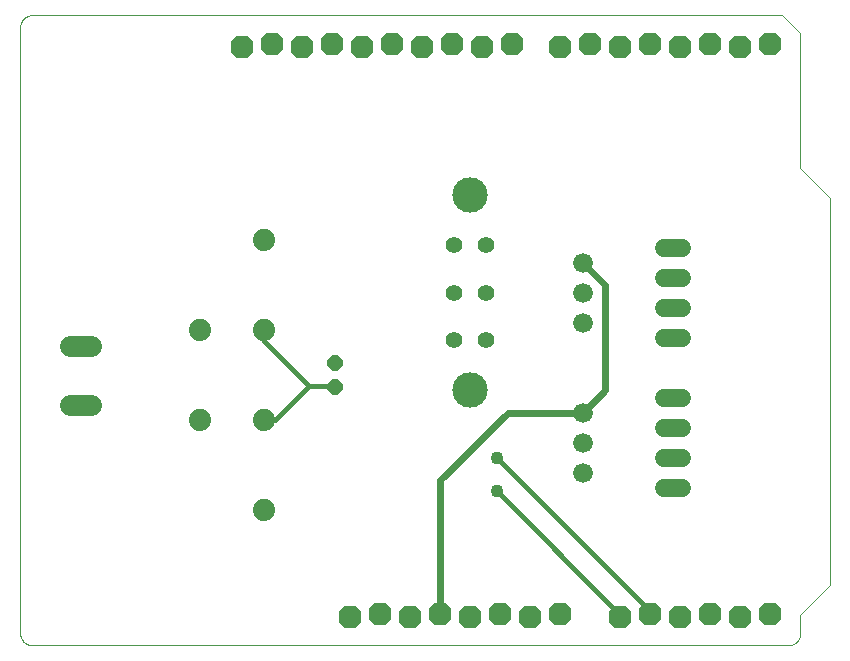
<source format=gtl>
G75*
%MOIN*%
%OFA0B0*%
%FSLAX25Y25*%
%IPPOS*%
%LPD*%
%AMOC8*
5,1,8,0,0,1.08239X$1,22.5*
%
%ADD10OC8,0.05150*%
%ADD11C,0.07400*%
%ADD12C,0.06000*%
%ADD13C,0.00000*%
%ADD14OC8,0.07600*%
%ADD15C,0.07050*%
%ADD16C,0.06600*%
%ADD17C,0.05543*%
%ADD18C,0.11811*%
%ADD19C,0.01600*%
%ADD20C,0.04356*%
%ADD21C,0.02400*%
D10*
X0132250Y0091063D03*
X0132250Y0098937D03*
D11*
X0108500Y0110000D03*
X0087250Y0110000D03*
X0108500Y0140000D03*
X0108500Y0080000D03*
X0087250Y0080000D03*
X0108500Y0050000D03*
D12*
X0241750Y0057500D02*
X0247750Y0057500D01*
X0247750Y0067500D02*
X0241750Y0067500D01*
X0241750Y0077500D02*
X0247750Y0077500D01*
X0247750Y0087500D02*
X0241750Y0087500D01*
X0241750Y0107500D02*
X0247750Y0107500D01*
X0247750Y0117500D02*
X0241750Y0117500D01*
X0241750Y0127500D02*
X0247750Y0127500D01*
X0247750Y0137500D02*
X0241750Y0137500D01*
D13*
X0027250Y0211063D02*
X0027250Y0008937D01*
X0027252Y0008813D01*
X0027258Y0008690D01*
X0027267Y0008566D01*
X0027281Y0008444D01*
X0027298Y0008321D01*
X0027320Y0008199D01*
X0027345Y0008078D01*
X0027374Y0007958D01*
X0027406Y0007839D01*
X0027443Y0007720D01*
X0027483Y0007603D01*
X0027526Y0007488D01*
X0027574Y0007373D01*
X0027625Y0007261D01*
X0027679Y0007150D01*
X0027737Y0007040D01*
X0027798Y0006933D01*
X0027863Y0006827D01*
X0027931Y0006724D01*
X0028002Y0006623D01*
X0028076Y0006524D01*
X0028153Y0006427D01*
X0028234Y0006333D01*
X0028317Y0006242D01*
X0028403Y0006153D01*
X0028492Y0006067D01*
X0028583Y0005984D01*
X0028677Y0005903D01*
X0028774Y0005826D01*
X0028873Y0005752D01*
X0028974Y0005681D01*
X0029077Y0005613D01*
X0029183Y0005548D01*
X0029290Y0005487D01*
X0029400Y0005429D01*
X0029511Y0005375D01*
X0029623Y0005324D01*
X0029738Y0005276D01*
X0029853Y0005233D01*
X0029970Y0005193D01*
X0030089Y0005156D01*
X0030208Y0005124D01*
X0030328Y0005095D01*
X0030449Y0005070D01*
X0030571Y0005048D01*
X0030694Y0005031D01*
X0030816Y0005017D01*
X0030940Y0005008D01*
X0031063Y0005002D01*
X0031187Y0005000D01*
X0283313Y0005000D01*
X0283437Y0005002D01*
X0283560Y0005008D01*
X0283684Y0005017D01*
X0283806Y0005031D01*
X0283929Y0005048D01*
X0284051Y0005070D01*
X0284172Y0005095D01*
X0284292Y0005124D01*
X0284411Y0005156D01*
X0284530Y0005193D01*
X0284647Y0005233D01*
X0284762Y0005276D01*
X0284877Y0005324D01*
X0284989Y0005375D01*
X0285100Y0005429D01*
X0285210Y0005487D01*
X0285317Y0005548D01*
X0285423Y0005613D01*
X0285526Y0005681D01*
X0285627Y0005752D01*
X0285726Y0005826D01*
X0285823Y0005903D01*
X0285917Y0005984D01*
X0286008Y0006067D01*
X0286097Y0006153D01*
X0286183Y0006242D01*
X0286266Y0006333D01*
X0286347Y0006427D01*
X0286424Y0006524D01*
X0286498Y0006623D01*
X0286569Y0006724D01*
X0286637Y0006827D01*
X0286702Y0006933D01*
X0286763Y0007040D01*
X0286821Y0007150D01*
X0286875Y0007261D01*
X0286926Y0007373D01*
X0286974Y0007488D01*
X0287017Y0007603D01*
X0287057Y0007720D01*
X0287094Y0007839D01*
X0287126Y0007958D01*
X0287155Y0008078D01*
X0287180Y0008199D01*
X0287202Y0008321D01*
X0287219Y0008444D01*
X0287233Y0008566D01*
X0287242Y0008690D01*
X0287248Y0008813D01*
X0287250Y0008937D01*
X0287250Y0015000D01*
X0297250Y0025000D01*
X0297250Y0154000D01*
X0287250Y0164000D01*
X0287250Y0209000D01*
X0281250Y0215000D01*
X0031187Y0215000D01*
X0031063Y0214998D01*
X0030940Y0214992D01*
X0030816Y0214983D01*
X0030694Y0214969D01*
X0030571Y0214952D01*
X0030449Y0214930D01*
X0030328Y0214905D01*
X0030208Y0214876D01*
X0030089Y0214844D01*
X0029970Y0214807D01*
X0029853Y0214767D01*
X0029738Y0214724D01*
X0029623Y0214676D01*
X0029511Y0214625D01*
X0029400Y0214571D01*
X0029290Y0214513D01*
X0029183Y0214452D01*
X0029077Y0214387D01*
X0028974Y0214319D01*
X0028873Y0214248D01*
X0028774Y0214174D01*
X0028677Y0214097D01*
X0028583Y0214016D01*
X0028492Y0213933D01*
X0028403Y0213847D01*
X0028317Y0213758D01*
X0028234Y0213667D01*
X0028153Y0213573D01*
X0028076Y0213476D01*
X0028002Y0213377D01*
X0027931Y0213276D01*
X0027863Y0213173D01*
X0027798Y0213067D01*
X0027737Y0212960D01*
X0027679Y0212850D01*
X0027625Y0212739D01*
X0027574Y0212627D01*
X0027526Y0212512D01*
X0027483Y0212397D01*
X0027443Y0212280D01*
X0027406Y0212161D01*
X0027374Y0212042D01*
X0027345Y0211922D01*
X0027320Y0211801D01*
X0027298Y0211679D01*
X0027281Y0211556D01*
X0027267Y0211434D01*
X0027258Y0211310D01*
X0027252Y0211187D01*
X0027250Y0211063D01*
D14*
X0101250Y0204500D03*
X0111250Y0205500D03*
X0121250Y0204500D03*
X0131250Y0205500D03*
X0141250Y0204500D03*
X0151250Y0205500D03*
X0161250Y0204500D03*
X0171250Y0205500D03*
X0181250Y0204500D03*
X0191250Y0205500D03*
X0207250Y0204500D03*
X0217250Y0205500D03*
X0227250Y0204500D03*
X0237250Y0205500D03*
X0247250Y0204500D03*
X0257250Y0205500D03*
X0267250Y0204500D03*
X0277250Y0205500D03*
X0277250Y0015500D03*
X0267250Y0014500D03*
X0257250Y0015500D03*
X0247250Y0014500D03*
X0237250Y0015500D03*
X0227250Y0014500D03*
X0207250Y0015500D03*
X0197250Y0014500D03*
X0187250Y0015500D03*
X0177250Y0014500D03*
X0167250Y0015500D03*
X0157250Y0014500D03*
X0147250Y0015500D03*
X0137250Y0014500D03*
D15*
X0050775Y0085157D02*
X0043725Y0085157D01*
X0043725Y0104843D02*
X0050775Y0104843D01*
D16*
X0214750Y0112500D03*
X0214750Y0122500D03*
X0214750Y0132500D03*
X0214750Y0082500D03*
X0214750Y0072500D03*
X0214750Y0062500D03*
D17*
X0182565Y0106752D03*
X0171935Y0106752D03*
X0171935Y0122500D03*
X0182565Y0122500D03*
X0182565Y0138248D03*
X0171935Y0138248D03*
D18*
X0177250Y0154980D03*
X0177250Y0090020D03*
D19*
X0186000Y0067500D02*
X0237250Y0016250D01*
X0237250Y0015500D01*
X0227250Y0015000D02*
X0186000Y0056250D01*
X0132250Y0091063D02*
X0132250Y0091250D01*
X0123500Y0091250D01*
X0112250Y0080000D01*
X0108500Y0080000D01*
X0123500Y0091250D02*
X0108500Y0106250D01*
X0108500Y0110000D01*
X0227250Y0015000D02*
X0227250Y0014500D01*
D20*
X0186000Y0056250D03*
X0186000Y0067500D03*
D21*
X0189750Y0082500D02*
X0167250Y0060000D01*
X0167250Y0015500D01*
X0189750Y0082500D02*
X0214750Y0082500D01*
X0222250Y0090000D01*
X0222250Y0125000D01*
X0214750Y0132500D01*
M02*

</source>
